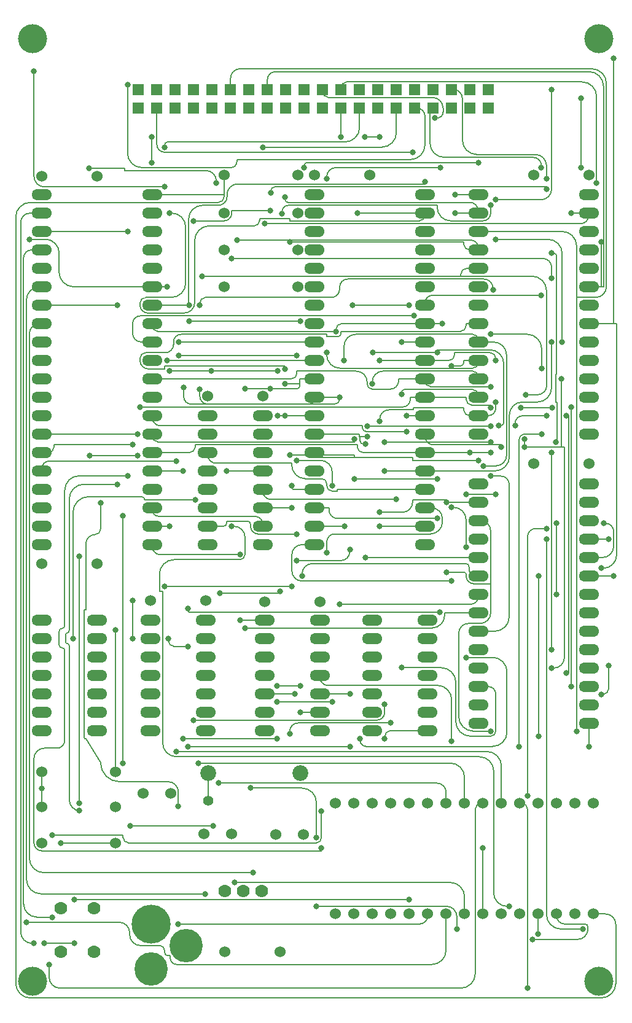
<source format=gbr>
G04 EasyPC Gerber Version 20.0.2 Build 4112 *
G04 #@! TF.Part,Single*
G04 #@! TF.FileFunction,Copper,L4,Bot *
%FSLAX35Y35*%
%MOIN*%
G04 #@! TA.AperFunction,ComponentPad*
%ADD71R,0.06000X0.06000*%
G04 #@! TD.AperFunction*
%ADD11C,0.00787*%
G04 #@! TA.AperFunction,ViaPad*
%ADD25C,0.03200*%
%ADD23C,0.05600*%
G04 #@! TA.AperFunction,ComponentPad*
%ADD70C,0.06000*%
%ADD21C,0.07000*%
%ADD22C,0.08600*%
G04 #@! TA.AperFunction,WasherPad*
%ADD77C,0.15748*%
G04 #@! TA.AperFunction,ComponentPad*
%ADD78C,0.18110*%
%ADD19O,0.11000X0.06000*%
%ADD79C,0.21102*%
X0Y0D02*
D02*
D11*
X24494Y47788D02*
X74743D01*
G75*
G02X80518Y42013J-5775*
G01*
Y40899*
G75*
G03X86293Y35124I5775*
G01*
X96952*
G75*
G02X99385Y32692J-2432*
G01*
Y31578*
G75*
G03X101373Y29590I1988*
G01*
X102486*
Y28477*
G75*
G03X106154Y24809I3668*
G01*
X244376*
G75*
G03X252250Y32683J7874*
G01*
Y52250*
X26069Y418569D02*
X34697D01*
G75*
G02X42212Y411054J-7515*
G01*
Y400624*
G75*
G03X50086Y392750I7874*
G01*
X92750*
X28569Y36309D02*
X27456D01*
G75*
G02X21344Y42420J6111*
G01*
Y427604*
G75*
G02X26491Y432750I5146*
G01*
X32750*
Y120250D02*
Y129250D01*
Y120250D02*
Y110250D01*
Y201750D02*
Y272750*
Y312750*
X84863D01*
X32750Y322750D02*
X34024Y36309*
X50507D01*
X36805Y24805D02*
Y17853D01*
G75*
G03X42644Y12014I5839*
G01*
X260195*
G75*
G03X268069Y19888J7874*
G01*
Y109182*
G75*
G02X271137Y112250I3068*
G01*
X272250*
X38569Y50569D02*
X30187D01*
G75*
G02X22919Y57837J7268*
G01*
Y408391*
G75*
G02X27278Y412750I4359*
G01*
X32750*
X38569Y94931D02*
X76931D01*
Y93818*
G75*
G03X79855Y90894I2924*
G01*
X181826*
G75*
G03X184606Y93674J2780*
G01*
Y108069*
X43250Y90750D02*
X72750D01*
X50507Y59931D02*
X232250D01*
X53288Y112250D02*
Y246431D01*
X58569Y456931D02*
X77726D01*
Y455856*
X121895*
G75*
G02X127569Y450182J-5674*
G01*
Y449069*
X64750Y275250D02*
Y261250D01*
G75*
G02X61750Y258250I-3000*
G01*
G75*
G03X56750Y253250J-5000*
G01*
Y217250*
X55750*
Y148250*
G75*
G03X56750Y147250I1000*
G01*
X64750Y134250*
G75*
G03X74931Y124069I10181*
G01*
X101347*
G75*
G02X106931Y118485J-5584*
G01*
Y110788*
X72750Y206363D02*
Y129250D01*
X73738Y285531D02*
X55624D01*
G75*
G03X47750Y277657J-7874*
G01*
Y206250*
G75*
G02X46250Y204750I-1500*
G01*
G75*
G03X45750Y204250J-500*
G01*
Y199750*
G75*
G03X46250Y199250I500*
G01*
G75*
G02X47750Y197750J-1500*
G01*
Y113847*
G75*
G03X53288Y108309I5844J306*
G01*
Y108263*
X73738Y382750D02*
X32750D01*
X76931Y134231D02*
Y268250D01*
X76750*
X79300Y422750D02*
X32750D01*
X79300Y502531D02*
Y465305D01*
G75*
G03X87174Y457431I7874*
G01*
X135470*
G75*
G03X138712Y460674J3243*
G01*
Y461787*
X232876*
G75*
G03X240750Y469661J7874*
G01*
Y485363*
G75*
G03X236363Y489750I-4387*
G01*
X235250*
X80788Y99931D02*
X125950D01*
X82081Y306931D02*
X39431D01*
Y305818*
G75*
G02X36363Y302750I-3068*
G01*
X32750*
X82250Y201750D02*
Y222250D01*
X84863Y300919D02*
X58750D01*
X86069Y327494D02*
X228659D01*
G75*
G03X232802Y331637J4143*
G01*
Y332750*
X240750*
X92469Y474118D02*
Y460212D01*
X99431Y230188D02*
X168507D01*
X99431Y446931D02*
X34400D01*
G75*
G02X28569Y452763J5831*
G01*
Y509668*
X99431Y468556D02*
Y469669D01*
G75*
G02X101099Y471337I1668*
G01*
X197376*
G75*
G03X205250Y479211J7874*
G01*
Y489750*
X100637Y352750D02*
X180750D01*
X100637Y392750D02*
X92750D01*
X101469Y201750D02*
Y200637D01*
G75*
G03X104537Y197569I3068*
G01*
X112288*
X102212Y262750D02*
X92750D01*
X102212Y432750D02*
X103326D01*
G75*
G02X110894Y425181J-7569*
G01*
Y394805*
G75*
G02X103020Y386931I-7874*
G01*
X89131*
G75*
G03X86069Y383869J-3062*
G01*
Y382756*
G75*
G03X90319Y378506I4250*
G01*
X110151*
G75*
G03X115788Y384143J5637*
G01*
Y417914*
G75*
G02X123662Y425788I7874*
G01*
X148158*
G75*
G03X150969Y428599J2811*
G01*
Y429712*
X167569*
Y428569*
X237682*
G75*
G03X240750Y431637J3068*
G01*
Y432750*
X105250Y499750D02*
X105825Y140444*
X274376D01*
G75*
G02X282250Y132570J-7874*
G01*
Y112250*
X105825Y298137D02*
X37024D01*
G75*
G03X32750Y293863J-4274*
G01*
Y292750*
X106931Y46863D02*
X237976D01*
G75*
G03X242250Y51137J4274*
G01*
Y52250*
X107081Y355531D02*
X171288D01*
X107081Y362750D02*
X180750D01*
X109507Y147569D02*
X160431D01*
X109507Y292750D02*
X92750D01*
X109863Y338137D02*
Y333046D01*
G75*
G03X113840Y329069I3978*
G01*
X178182*
G75*
G03X180750Y331637J2568*
G01*
Y332750*
X112288Y143226D02*
X200007D01*
X112469Y382750D02*
X92750D01*
X112469D02*
X112644D01*
X112469D02*
Y429412D01*
G75*
G02X119988Y436931I7519*
G01*
X128620*
G75*
G03X133325Y441636J4705*
G01*
Y442749*
G75*
G02X139144Y448569I5820*
G01*
X240750*
Y449712*
X112644Y374150D02*
X173048D01*
X115069Y157506D02*
X214685D01*
G75*
G03X218931Y161752J4246*
G01*
Y165931*
X115250Y489750D02*
X116069Y276931*
X88743D01*
G75*
G03X86924Y278750I-1819*
G01*
X58124*
G75*
G03X49750Y270376J-8374*
G01*
Y201750*
X117769Y134231D02*
X254376D01*
G75*
G02X262250Y126357J-7874*
G01*
Y112250*
X118569Y336931D02*
Y333251D01*
G75*
G03X122751Y329069I4182*
G01*
X191851*
G75*
G03X194419Y331637J2568*
G01*
Y332750*
X118569Y382750D02*
Y383863D01*
G75*
G02X121637Y386931I3068*
G01*
X189975*
G75*
G03X194419Y391374J4443*
G01*
Y392488*
G75*
G02X198862Y396931I4443*
G01*
X272738*
G75*
G02X277637Y392032J-4899*
G01*
Y390919*
X121384Y63175D02*
X32368D01*
G75*
G02X24494Y71049J7874*
G01*
Y385607*
G75*
G02X31637Y392750I7143*
G01*
X32750*
X122750Y312750D02*
X123250Y113810*
Y128750D01*
X124788Y346931D02*
X102212D01*
X124788D02*
X160637D01*
X128731Y123269D02*
Y123418D01*
X148850*
Y123269*
X247297*
G75*
G02X252250Y118316J-4953*
G01*
Y112250*
X131750Y442750D02*
Y453250D01*
Y442750D02*
X92750D01*
X131750D02*
Y441637D01*
G75*
G02X128619Y438506I-3131*
G01*
X26569*
G75*
G03X18695Y430632J-7874*
G01*
Y14569*
G75*
G03X26569Y6695I7874*
G01*
X336431*
G75*
G03X344305Y14569J7874*
G01*
Y46779*
G75*
G03X338834Y52250I-5471*
G01*
X332250*
X133150Y292750D02*
X152750D01*
X135931Y262750D02*
X137044D01*
G75*
G02X143081Y256713J-6037*
G01*
Y247362*
G75*
G02X140301Y244581I-2780*
G01*
X104524*
G75*
G03X96650Y236707J-7874*
G01*
Y227407*
X98431*
Y145091*
G75*
G03X105859Y137663I7428*
G01*
X270195*
G75*
G02X278069Y129789J-7874*
G01*
Y63680*
G75*
G03X285318Y56431I7249*
G01*
X286431*
X135931Y408137D02*
X304663D01*
G75*
G02X309493Y403307J-4831*
G01*
Y397363*
X137569Y69431D02*
X254376D01*
G75*
G02X262250Y61557J-7874*
G01*
Y52250*
X138712Y418137D02*
X265476D01*
G75*
G02X269750Y413863J-4274*
G01*
Y412750*
X140300Y211750D02*
X153750D01*
X140300Y247363D02*
X97024D01*
G75*
G02X92750Y251637J4274*
G01*
Y252750*
X143081Y207569D02*
X244709D01*
G75*
G03X251419Y214278J6709*
G01*
Y215750*
X269750*
X147569Y74694D02*
X33943D01*
G75*
G02X26069Y82568J7874*
G01*
Y367182*
G75*
G02X31637Y372750I5568*
G01*
X32750*
X152750Y262750D02*
Y263863D01*
G75*
G03X148476Y268137I-4274*
G01*
X96249*
G75*
G02X92750Y271637J3499*
G01*
Y272750*
X152750Y468556D02*
X217376D01*
G75*
G03X225250Y476430J7874*
G01*
Y489750*
X153750Y426931D02*
X325044D01*
G75*
G03X329750Y431637J4706*
G01*
Y432750*
X156931Y337431D02*
X143081D01*
X156931Y434150D02*
X135931D01*
Y432751*
G75*
G02X131749Y428569I-4182*
G01*
X115250*
X157081Y443700D02*
Y444813D01*
G75*
G02X159200Y446931I2118*
G01*
X306712*
Y445788*
X160431Y175931D02*
X173081D01*
X162212Y227407D02*
Y226431D01*
X129431*
X164788Y322750D02*
X180750D01*
X164788D02*
X160637D01*
X164788Y348137D02*
Y349712D01*
X99431*
Y348137*
X90690*
G75*
G02X86069Y352759J4621*
G01*
Y353872*
G75*
G02X89128Y356931I3059*
G01*
X99857*
G75*
G03X104300Y361374J4443*
G01*
Y362722*
G75*
G02X108510Y366931I4209*
G01*
X187431*
Y365725*
X193519*
G75*
G03X195250Y367456J1731*
G01*
Y368569*
X260001*
G75*
G03X263069Y371637J3068*
G01*
Y372750*
X269750*
X164788Y441287D02*
Y440174D01*
G75*
G03X166393Y438569I1605*
G01*
X265044*
G75*
G02X269750Y433863J-4706*
G01*
Y432750*
X167325Y150175D02*
Y151289D01*
G75*
G02X171967Y155931I4643*
G01*
X222212*
X167569Y416931D02*
X261863D01*
Y415818*
G75*
G03X264930Y412750I3068*
G01*
X269750*
X168507Y272750D02*
X152750D01*
X168507Y284581D02*
Y283468D01*
G75*
G03X169225Y282750I718*
G01*
X180750*
X170106Y171750D02*
X153750D01*
X171288Y244056D02*
X195006D01*
G75*
G03X199981Y249030J4975*
G01*
Y250144*
X171288Y258569D02*
X150250D01*
G75*
G02X146069Y262750J4181*
G01*
Y263863*
G75*
G03X144401Y265531I-1668*
G01*
X133150*
Y264418*
G75*
G02X131482Y262750I-1668*
G01*
X122750*
X171288Y298506D02*
X184026D01*
G75*
G02X190431Y292100J-6406*
G01*
Y284581*
X172863Y339969D02*
Y342750D01*
X180750*
X172863Y339969D02*
X164788D01*
X172863D02*
Y338856D01*
G75*
G02X171438Y337431I-1424*
G01*
X156931*
X173081Y161750D02*
X183750D01*
X174069Y235750D02*
Y236863D01*
G75*
G02X179686Y242481I5617*
G01*
X263019*
G75*
G02X264644Y240856J-1624*
G01*
Y239743*
G75*
G03X268637Y235750I3993*
G01*
X269750*
X175250Y457431D02*
Y458544D01*
G75*
G02X176918Y460212I1668*
G01*
X269750*
X180750Y322750D02*
X181825Y93675*
Y112763D01*
G75*
G03X173951Y120637I-7874*
G01*
X146069*
X184606Y88113D02*
Y86569D01*
X32751*
G75*
G02X28569Y90751J4182*
G01*
Y136683*
G75*
G02X34136Y142250I5567*
G01*
X41069*
G75*
G03X45250Y146431J4181*
G01*
Y195250*
G75*
G03X43750Y196750I-1500*
G01*
G75*
G02X42250Y198250J1500*
G01*
Y205750*
G75*
G02X43750Y207250I1500*
G01*
G75*
G03X45250Y208750J1500*
G01*
Y282270*
G75*
G02X53124Y290144I7874*
G01*
X79300*
X187431Y248569D02*
Y254126D01*
G75*
G02X191874Y258569I4443*
G01*
X243678*
G75*
G03X250212Y265103J6534*
G01*
Y266895*
G75*
G03X244357Y272750I-5855*
G01*
X240750*
X187431Y356931D02*
Y355818D01*
G75*
G03X194743Y348506I7312*
G01*
X266619*
G75*
G03X269750Y351637J3131*
G01*
Y352750*
X190431Y167569D02*
X160431D01*
X192469Y368506D02*
X95881D01*
G75*
G02X92750Y371637J3131*
G01*
Y372750*
X192469Y368506D02*
Y369619D01*
G75*
G02X195600Y372750I3131*
G01*
X240750*
X194419Y220363D02*
X265476D01*
G75*
G03X269750Y224637J4274*
G01*
Y225750*
X194419Y332750D02*
X180750D01*
X195250Y474118D02*
Y489750D01*
X196825Y352750D02*
Y360429D01*
G75*
G02X203390Y366994I6565*
G01*
X266619*
G75*
G02X269750Y363863J-3131*
G01*
Y362750*
X197200Y262750D02*
X180750D01*
X199981Y171750D02*
X183750D01*
X201301Y382750D02*
X232275D01*
X202469Y300081D02*
Y301287D01*
X167569*
X202469Y300081D02*
X182306D01*
G75*
G02X180750Y301637J1556*
G01*
Y302750*
X202469Y309969D02*
Y308569D01*
X95818*
G75*
G02X92750Y311637J3068*
G01*
Y312750*
X204082Y432750D02*
X240750D01*
X205569Y147569D02*
Y146456D01*
G75*
G03X208799Y143226I3230*
G01*
X277414*
G75*
G03X285288Y151100J7874*
G01*
Y183695*
G75*
G03X277414Y191569I-7874*
G01*
X263069*
X205619Y311369D02*
X205250D01*
Y312750*
X180750*
X205619Y311369D02*
Y308981D01*
G75*
G03X207237Y307363I1618*
G01*
X208350*
X205619Y311369D02*
X209556D01*
X208288Y474118D02*
X216150D01*
X208350Y245750D02*
X269750D01*
X212150Y339969D02*
Y341082D01*
G75*
G02X217999Y346931I5849*
G01*
X266682*
G75*
G02X269750Y343863J-3068*
G01*
Y342750*
X212325Y356931D02*
X247431D01*
X216150Y262750D02*
X240750D01*
X216150Y319712D02*
Y320826D01*
G75*
G02X221244Y325919I5094*
G01*
X234377*
Y326931*
X261863*
Y325818*
G75*
G03X264930Y322750I3068*
G01*
X269750*
X216150Y352750D02*
X240750D01*
X218931Y147569D02*
Y148682D01*
G75*
G02X221999Y151750I3068*
G01*
X242250*
X218931Y292750D02*
X240750D01*
X225250Y277363D02*
X157024D01*
G75*
G02X152750Y281637J4274*
G01*
Y282750*
X228031Y185931D02*
X249633D01*
G75*
G02X257507Y178057J-7874*
G01*
Y156662*
G75*
G03X265381Y148788I7874*
G01*
X276432*
G75*
G03X279212Y151568J2780*
G01*
Y171576*
G75*
G03X275038Y175750I-4174*
G01*
X269750*
X228031Y334325D02*
Y335438D01*
G75*
G02X229524Y336931I1493*
G01*
X266682*
G75*
G02X269750Y333863J-3068*
G01*
Y332750*
X228031Y362750D02*
X240750D01*
X230812Y314150D02*
X208874D01*
G75*
G02X206775Y316249J2099*
G01*
Y317363*
X97024*
G75*
G02X92750Y321637J4274*
G01*
Y322750*
X230812D02*
X240750D01*
X232250Y52250D02*
X234069Y465774*
X99444D01*
G75*
G02X95250Y469968J4194*
G01*
Y489750*
X234853Y376931D02*
X86226D01*
G75*
G03X82081Y372786J-4145*
G01*
Y367528*
G75*
G03X86859Y362750I4778*
G01*
X92750*
X235250Y499750D02*
X240750Y282750*
X193212D01*
Y281800*
X190436*
G75*
G02X187431Y284805J3005*
G01*
Y285919*
G75*
G03X184781Y288569I-2650*
G01*
X175756*
G75*
G02X168507Y295818J7249*
G01*
Y296931*
X127456*
G75*
G02X122750Y301637J4706*
G01*
Y302750*
X240750D02*
X207111D01*
G75*
G02X204044Y305818J3068*
G01*
Y306931*
X116069*
Y305818*
G75*
G02X113001Y302750I-3068*
G01*
X92750*
X240750Y342750D02*
X226456D01*
Y341637*
G75*
G02X222007Y337188I-4449*
G01*
X212149*
G75*
G02X209369Y339968J2780*
G01*
Y341081*
G75*
G03X203519Y346931I-5850*
G01*
X171288*
Y345818*
G75*
G02X168220Y342750I-3068*
G01*
X92750*
X246225Y484363D02*
X247338D01*
G75*
G03X250637Y487662J3299*
G01*
Y489557*
G75*
G03X244626Y495569I-6012*
G01*
X188318*
G75*
G02X185250Y498637J3068*
G01*
Y499750*
X247431Y266931D02*
X193343D01*
G75*
G02X188637Y271637J4706*
G01*
Y272750*
X180750*
X247431Y288569D02*
X202469D01*
X247431Y356931D02*
Y358506D01*
X276126*
G75*
G02X283456Y351175J-7331*
G01*
Y318919*
G75*
G02X281900Y317363I-1556*
G01*
X280787*
X248637Y215931D02*
X113312D01*
G75*
G02X112288Y216956J1024*
G01*
Y218069*
X249006Y457431D02*
X192399D01*
G75*
G03X187431Y452463J-4968*
G01*
Y451350*
X250212Y372750D02*
X240750D01*
X252507Y275826D02*
Y276931D01*
X234069*
Y275818*
G75*
G02X228614Y270363I-5455*
G01*
X216150*
X252507Y275826D02*
Y275750D01*
X269750*
X255288Y146007D02*
Y168489D01*
G75*
G03X247414Y176363I-7874*
G01*
X188024*
G75*
G02X183750Y180637J4274*
G01*
Y181750*
X255288Y232969D02*
X174090D01*
G75*
G02X168507Y238552J5583*
G01*
Y247185*
G75*
G02X174072Y252750I5565*
G01*
X180750*
X255288Y272969D02*
X256401D01*
G75*
G02X263069Y266301J-6668*
G01*
Y251569*
X255288Y349712D02*
X259938D01*
G75*
G03X261863Y351637J1924*
G01*
Y352750*
X269750*
X256981Y432750D02*
X269750D01*
X256981Y442750D02*
X269750D01*
X258069Y44062D02*
Y50804D01*
G75*
G03X252441Y56431I-5628*
G01*
X181825*
X260288Y398506D02*
X119863D01*
X260288D02*
X298838D01*
G75*
G02X306712Y390632J-7874*
G01*
Y351350*
X306887*
Y339233*
G75*
G02X301785Y334131I-5102*
G01*
X295569*
X260288Y398506D02*
Y399619D01*
G75*
G02X263419Y402750I3131*
G01*
X269750*
X265031Y302750D02*
X240750D01*
X265031D02*
X276431D01*
X269750Y265750D02*
X270863D01*
G75*
G02X276431Y260182J-5568*
G01*
Y231569*
X269750Y298569D02*
X234069D01*
Y300081*
X202469*
X269750Y442750D02*
X272250Y88113*
Y52250D01*
X272531Y295531D02*
X279338D01*
G75*
G03X285031Y301224J5693*
G01*
Y355666*
G75*
G03X277947Y362750I-7084*
G01*
X269750*
X276431Y231569D02*
X267249D01*
G75*
G02X263069Y235749J4180*
G01*
Y236863*
G75*
G03X262350Y237581I-719*
G01*
X252507*
X276431Y231569D02*
Y215763D01*
G75*
G02X270600Y209931I-5831*
G01*
X264284*
G75*
G03X259081Y204729J-5202*
G01*
Y159443*
G75*
G03X266956Y151569I7874*
G01*
X276431*
Y289931D02*
X282019D01*
G75*
G02X286494Y285456J-4475*
G01*
Y213565*
G75*
G02X278679Y205750I-7815*
G01*
X269750*
X276431Y308569D02*
X218931D01*
X276431Y316931D02*
X209556D01*
X276431Y326931D02*
Y328506D01*
X266200*
G75*
G02X263069Y331637J3131*
G01*
Y332750*
X240750*
X276431Y338569D02*
X243818D01*
G75*
G02X240750Y341637J3068*
G01*
Y342750*
X276431Y436931D02*
Y432752D01*
G75*
G02X272185Y428506I-4246*
G01*
X254743*
G75*
G02X247431Y435818J7312*
G01*
Y436931*
X166537*
G75*
G03X163213Y433607J-3324*
G01*
Y432493*
X279212Y279931D02*
X263069D01*
X279212Y329969D02*
Y326943D01*
G75*
G02X275019Y322750I-4193*
G01*
X269750*
X279212Y352750D02*
Y353863D01*
G75*
G03X276144Y356931I-3068*
G01*
X256863*
Y355818*
G75*
G02X253795Y352750I-3068*
G01*
X240750*
X279212Y439969D02*
X303652D01*
G75*
G03X309493Y445810J5841*
G01*
Y499750*
X282250Y305788D02*
Y306931D01*
X245456*
G75*
G02X240750Y311637J4706*
G01*
Y312750*
X289644Y317363D02*
Y318476D01*
G75*
G02X293918Y322750I4274*
G01*
X306887*
X292788Y326931D02*
X309668D01*
X294657Y309969D02*
Y305788D01*
X296431Y12014D02*
Y109182D01*
G75*
G03X293363Y112250I-3068*
G01*
X292250*
X299212Y38500D02*
X323608D01*
G75*
G03X329212Y44104J5604*
G01*
Y45218*
G75*
G03X327567Y46863I-1645*
G01*
X316524*
G75*
G02X312250Y51137J4274*
G01*
Y52250*
X302250Y41281D02*
Y52250D01*
Y112250D02*
X302531Y148788*
Y235750D01*
X303931Y388137D02*
X245024D01*
G75*
G03X240750Y383863J-4274*
G01*
Y382750*
X303931Y457431D02*
Y458544D01*
G75*
G03X299482Y462993I-4449*
G01*
X251318*
G75*
G02X243444Y470867J7874*
G01*
Y489750*
X245250*
X304106Y312750D02*
X294657D01*
G75*
G03X291876Y309969J-2781*
G01*
Y143226*
X304106Y348569D02*
Y359057D01*
G75*
G03X296232Y366931I-7874*
G01*
X276431*
X306712Y255750D02*
Y51956D01*
G75*
G03X314586Y44081I7874*
G01*
X326431*
X306712Y261569D02*
X301015D01*
G75*
G03X296431Y256985J-4584*
G01*
Y116431*
X306712Y451350D02*
Y458516D01*
G75*
G03X300660Y464568I-6052*
G01*
X268943*
G75*
G02X261069Y472442J7874*
G01*
Y495044*
G75*
G03X256363Y499750I-4706*
G01*
X255250*
X309493Y195750D02*
Y302750D01*
Y362750D02*
Y338018D01*
G75*
G02X301619Y330144I-7874*
G01*
X293556*
G75*
G03X286606Y323194J-6950*
G01*
Y300624*
G75*
G02X278732Y292750I-7874*
G01*
X240750*
X309493Y410919D02*
X310607D01*
G75*
G02X312274Y409251J-1668*
G01*
Y345531*
X311944*
Y330144*
X312449*
Y308569*
X311944*
X312274Y264350D02*
Y225750D01*
X314726Y305788D02*
X294657D01*
X314726D02*
Y342750D01*
Y305788D02*
X316431D01*
Y191574*
G75*
G02X310607Y185750I-5824*
G01*
X309493*
X315230Y362750D02*
Y410695D01*
G75*
G03X307356Y418569I-7874*
G01*
X279212*
X317507Y182969D02*
X318713D01*
Y322750*
X317507*
X320288Y175750D02*
Y327363D01*
Y432750D02*
X329750D01*
X323069Y386931D02*
Y414876D01*
G75*
G03X315195Y422750I-7874*
G01*
X269750*
X323069Y386931D02*
X333359D01*
G75*
G03X339212Y392784J5853*
G01*
Y503194*
G75*
G03X331338Y511068I-7874*
G01*
X140352*
G75*
G03X135250Y505966J-5102*
G01*
Y499750*
X323069Y386931D02*
Y151569D01*
X325569Y495137D02*
Y457431D01*
X329750Y143226D02*
Y155750D01*
Y215750D02*
Y225750*
Y322750*
Y332750*
Y412750*
X333931Y449069*
Y496057D01*
G75*
G03X326057Y503931I-7874*
G01*
X198318*
G75*
G03X195250Y500863J-3068*
G01*
Y499750*
X336431Y239931D02*
X337544D01*
G75*
G03X344774Y247161J7230*
G01*
Y372750*
X343200*
X336431Y392750D02*
X329750D01*
X336431D02*
Y416931D01*
Y392750D02*
X337637D01*
Y501619*
G75*
G03X329763Y509493I-7874*
G01*
X159565*
G75*
G03X155250Y505178J-4315*
G01*
Y499750*
X337637Y264350D02*
X338751D01*
G75*
G02X343200Y259901J-4449*
G01*
Y251918*
G75*
G02X337031Y245750I-6168*
G01*
X329750*
X340419Y187137D02*
Y174443D01*
G75*
G02X337544Y171569I-2874*
G01*
X336431*
X340419Y255750D02*
X329750D01*
X343200Y235750D02*
X329750D01*
X343200Y372750D02*
X329750D01*
X343200D02*
Y516630D01*
D02*
D19*
X32750Y151750D03*
Y161750D03*
Y171750D03*
Y181750D03*
Y191750D03*
Y201750D03*
Y211750D03*
Y252750D03*
Y262750D03*
Y272750D03*
Y282750D03*
Y292750D03*
Y302750D03*
Y312750D03*
Y322750D03*
Y332750D03*
Y342750D03*
Y352750D03*
Y362750D03*
Y372750D03*
Y382750D03*
Y392750D03*
Y402750D03*
Y412750D03*
Y422750D03*
Y432750D03*
Y442750D03*
X62750Y151750D03*
Y161750D03*
Y171750D03*
Y181750D03*
Y191750D03*
Y201750D03*
Y211750D03*
X91750Y151750D03*
Y161750D03*
Y171750D03*
Y181750D03*
Y191750D03*
Y201750D03*
Y211750D03*
X92750Y252750D03*
Y262750D03*
Y272750D03*
Y282750D03*
Y292750D03*
Y302750D03*
Y312750D03*
Y322750D03*
Y332750D03*
Y342750D03*
Y352750D03*
Y362750D03*
Y372750D03*
Y382750D03*
Y392750D03*
Y402750D03*
Y412750D03*
Y422750D03*
Y432750D03*
Y442750D03*
X121750Y151750D03*
Y161750D03*
Y171750D03*
Y181750D03*
Y191750D03*
Y201750D03*
Y211750D03*
X122750Y252750D03*
Y262750D03*
Y272750D03*
Y282750D03*
Y292750D03*
Y302750D03*
Y312750D03*
Y322750D03*
X152750Y252750D03*
Y262750D03*
Y272750D03*
Y282750D03*
Y292750D03*
Y302750D03*
Y312750D03*
Y322750D03*
X153750Y151750D03*
Y161750D03*
Y171750D03*
Y181750D03*
Y191750D03*
Y201750D03*
Y211750D03*
X180750Y252750D03*
Y262750D03*
Y272750D03*
Y282750D03*
Y292750D03*
Y302750D03*
Y312750D03*
Y322750D03*
Y332750D03*
Y342750D03*
Y352750D03*
Y362750D03*
Y372750D03*
Y382750D03*
Y392750D03*
Y402750D03*
Y412750D03*
Y422750D03*
Y432750D03*
Y442750D03*
X183750Y151750D03*
Y161750D03*
Y171750D03*
Y181750D03*
Y191750D03*
Y201750D03*
Y211750D03*
X212250Y151750D03*
Y161750D03*
Y171750D03*
Y181750D03*
Y191750D03*
Y201750D03*
Y211750D03*
X240750Y252750D03*
Y262750D03*
Y272750D03*
Y282750D03*
Y292750D03*
Y302750D03*
Y312750D03*
Y322750D03*
Y332750D03*
Y342750D03*
Y352750D03*
Y362750D03*
Y372750D03*
Y382750D03*
Y392750D03*
Y402750D03*
Y412750D03*
Y422750D03*
Y432750D03*
Y442750D03*
X242250Y151750D03*
Y161750D03*
Y171750D03*
Y181750D03*
Y191750D03*
Y201750D03*
Y211750D03*
X269750Y155750D03*
Y165750D03*
Y175750D03*
Y185750D03*
Y195750D03*
Y205750D03*
Y215750D03*
Y225750D03*
Y235750D03*
Y245750D03*
Y255750D03*
Y265750D03*
Y275750D03*
Y285750D03*
Y312750D03*
Y322750D03*
Y332750D03*
Y342750D03*
Y352750D03*
Y362750D03*
Y372750D03*
Y382750D03*
Y392750D03*
Y402750D03*
Y412750D03*
Y422750D03*
Y432750D03*
Y442750D03*
X329750Y155750D03*
Y165750D03*
Y175750D03*
Y185750D03*
Y195750D03*
Y205750D03*
Y215750D03*
Y225750D03*
Y235750D03*
Y245750D03*
Y255750D03*
Y265750D03*
Y275750D03*
Y285750D03*
Y312750D03*
Y322750D03*
Y332750D03*
Y342750D03*
Y352750D03*
Y362750D03*
Y372750D03*
Y382750D03*
Y392750D03*
Y402750D03*
Y412750D03*
Y422750D03*
Y432750D03*
Y442750D03*
D02*
D70*
X32750Y90750D03*
Y110250D03*
Y129250D03*
Y242250D03*
Y452750D03*
X62750Y242250D03*
Y452750D03*
X72750Y90750D03*
Y110250D03*
Y129250D03*
X87750Y117750D03*
X91750Y222250D03*
X102750Y117750D03*
X120750Y95750D03*
X121750Y222250D03*
X122750Y333250D03*
X131750Y392750D03*
Y412750D03*
Y432750D03*
Y453250D03*
X132250Y31750D03*
X135750Y95750D03*
X152750Y333250D03*
X153750Y221750D03*
X159750Y95250D03*
X162250Y31750D03*
X171750Y392750D03*
Y412750D03*
Y432750D03*
Y453250D03*
X174750Y95250D03*
X180750Y453250D03*
X183750Y221750D03*
X192250Y52250D03*
Y112250D03*
X202250Y52250D03*
Y112250D03*
X210750Y453250D03*
X212250Y52250D03*
Y112250D03*
X222250Y52250D03*
Y112250D03*
X232250Y52250D03*
Y112250D03*
X242250Y52250D03*
Y112250D03*
X252250Y52250D03*
Y112250D03*
X262250Y52250D03*
Y112250D03*
X272250Y52250D03*
Y112250D03*
X282250Y52250D03*
Y112250D03*
X292250Y52250D03*
Y112250D03*
X299750Y296750D03*
Y453250D03*
X302250Y52250D03*
Y112250D03*
X312250Y52250D03*
Y112250D03*
X322250Y52250D03*
Y112250D03*
X329750Y296750D03*
Y453250D03*
X332250Y52250D03*
Y112250D03*
D02*
D71*
X85250Y489750D03*
Y499750D03*
X95250Y489750D03*
Y499750D03*
X105250Y489750D03*
Y499750D03*
X115250Y489750D03*
Y499750D03*
X125250Y489750D03*
Y499750D03*
X135250Y489750D03*
Y499750D03*
X145250Y489750D03*
Y499750D03*
X155250Y489750D03*
Y499750D03*
X165250Y489750D03*
Y499750D03*
X175250Y489750D03*
Y499750D03*
X185250Y489750D03*
Y499750D03*
X195250Y489750D03*
Y499750D03*
X205250Y489750D03*
Y499750D03*
X215250Y489750D03*
Y499750D03*
X225250Y489750D03*
Y499750D03*
X235250Y489750D03*
Y499750D03*
X245250Y489750D03*
Y499750D03*
X255250Y489750D03*
Y499750D03*
X265250Y489750D03*
Y499750D03*
X275250Y489750D03*
Y499750D03*
D02*
D21*
X43250Y31628D03*
Y55250D03*
X60967Y31628D03*
Y55250D03*
X132250Y64750D03*
X142250D03*
X152250D03*
D02*
D22*
X123250Y128750D03*
X173250D03*
D02*
D23*
X123250Y113810D03*
D02*
D25*
X24494Y47788D03*
X26069Y418569D03*
X28569Y36309D03*
Y509668D03*
X32750Y120250D03*
X34024Y36309D03*
X36805Y24805D03*
X38569Y50569D03*
Y94931D03*
X43250Y90750D03*
X49750Y201750D03*
X50507Y36309D03*
Y59931D03*
X53288Y108263D03*
Y112250D03*
Y246431D03*
X58569Y456931D03*
X58750Y300919D03*
X64750Y275250D03*
X72750Y206363D03*
X73738Y285531D03*
Y382750D03*
X76750Y268250D03*
X76931Y134231D03*
X79300Y290144D03*
Y422750D03*
Y502531D03*
X80788Y99931D03*
X82081Y306931D03*
X82250Y201750D03*
Y222250D03*
X84863Y300919D03*
Y312750D03*
X86069Y327494D03*
X92469Y460212D03*
Y474118D03*
X99431Y230188D03*
Y446931D03*
Y468556D03*
X100637Y352750D03*
Y392750D03*
X101469Y201750D03*
X102212Y262750D03*
Y346931D03*
Y432750D03*
X105825Y140444D03*
Y298137D03*
X106931Y46863D03*
Y110788D03*
X107081Y355531D03*
Y362750D03*
X109507Y147569D03*
Y292750D03*
X109863Y338137D03*
X112288Y143226D03*
Y197569D03*
Y218069D03*
X112644Y374150D03*
Y382750D03*
X115069Y157506D03*
X115250Y428569D03*
X116069Y276931D03*
X117769Y134231D03*
X118569Y336931D03*
Y382750D03*
X119863Y398506D03*
X121384Y63175D03*
X124788Y346931D03*
X125950Y99931D03*
X127569Y449069D03*
X128731Y123269D03*
X129431Y226431D03*
X133150Y292750D03*
X135931Y262750D03*
Y408137D03*
X137569Y69431D03*
X138712Y418137D03*
X140300Y211750D03*
Y247363D03*
X143081Y207569D03*
Y337431D03*
X146069Y120637D03*
X147569Y74694D03*
X152750Y468556D03*
X153750Y426931D03*
X156931Y337431D03*
Y434150D03*
X157081Y443700D03*
X160431Y147569D03*
Y167569D03*
Y175931D03*
X160637Y322750D03*
Y346931D03*
X162212Y227407D03*
X163213Y432493D03*
X164788Y322750D03*
Y339969D03*
Y348137D03*
Y441287D03*
X167325Y150175D03*
X167569Y301287D03*
Y416931D03*
X168507Y230188D03*
Y272750D03*
Y284581D03*
X170106Y171750D03*
X171288Y244056D03*
Y258569D03*
Y298506D03*
Y355531D03*
X173048Y374150D03*
X173081Y161750D03*
Y175931D03*
X174069Y235750D03*
X175250Y457431D03*
X181825Y56431D03*
Y93675D03*
X184606Y88113D03*
Y108069D03*
X187431Y248569D03*
Y356931D03*
Y451350D03*
X190431Y167569D03*
Y284581D03*
X192469Y368506D03*
X194419Y220363D03*
Y332750D03*
X195250Y474118D03*
X196825Y352750D03*
X197200Y262750D03*
X199981Y171750D03*
Y250144D03*
X200007Y143226D03*
X201301Y382750D03*
X202469Y288569D03*
Y309969D03*
X204082Y432750D03*
X205569Y147569D03*
X208288Y474118D03*
X208350Y245750D03*
Y307363D03*
X209556Y311369D03*
Y316931D03*
X212150Y339969D03*
X212325Y356931D03*
X216150Y262750D03*
Y270363D03*
Y319712D03*
Y352750D03*
Y474118D03*
X218931Y147569D03*
Y165931D03*
Y292750D03*
Y308569D03*
X222212Y155931D03*
X225250Y277363D03*
X228031Y185931D03*
Y334325D03*
Y362750D03*
X230812Y314150D03*
Y322750D03*
X232250Y59931D03*
X232275Y382750D03*
X234069Y465774D03*
X234853Y376931D03*
X240750Y449712D03*
X246225Y484363D03*
X247431Y266931D03*
Y288569D03*
Y356931D03*
X248637Y215931D03*
X249006Y457431D03*
X250212Y372750D03*
X252507Y237581D03*
Y275826D03*
X255288Y146007D03*
Y232969D03*
Y272969D03*
Y349712D03*
X256981Y432750D03*
Y442750D03*
X258069Y44062D03*
X263069Y191569D03*
Y251569D03*
Y279931D03*
X265031Y302750D03*
X269750Y298569D03*
Y460212D03*
X272250Y88113D03*
X272531Y295531D03*
X276431Y151569D03*
Y289931D03*
Y302750D03*
Y308569D03*
Y316931D03*
Y326931D03*
Y338569D03*
Y366931D03*
Y436931D03*
X277637Y390919D03*
X279212Y279931D03*
Y329969D03*
Y352750D03*
Y418569D03*
Y439969D03*
X280787Y317363D03*
X282250Y305788D03*
X286431Y56431D03*
X289644Y317363D03*
X291876Y143226D03*
X292788Y326931D03*
X294657Y305788D03*
Y309969D03*
X295569Y334131D03*
X296431Y12014D03*
Y116431D03*
X299212Y38500D03*
X302250Y41281D03*
X302531Y148788D03*
Y235750D03*
X303931Y388137D03*
Y457431D03*
X304106Y312750D03*
Y348569D03*
X306712Y255750D03*
Y261569D03*
Y445788D03*
Y451350D03*
X306887Y322750D03*
X309493Y185750D03*
Y195750D03*
Y302750D03*
Y362750D03*
Y397363D03*
Y410919D03*
Y499750D03*
X309668Y326931D03*
X311944Y308569D03*
X312274Y225750D03*
Y264350D03*
X314726Y342750D03*
X315230Y362750D03*
X317507Y182969D03*
Y322750D03*
X320288Y175750D03*
Y327363D03*
Y432750D03*
X323069Y151569D03*
X325569Y457431D03*
Y495137D03*
X326431Y44081D03*
X329750Y143226D03*
X333931Y449069D03*
X336431Y171569D03*
Y239931D03*
Y416931D03*
X337637Y264350D03*
X340419Y187137D03*
Y255750D03*
X343200Y235750D03*
Y516630D03*
D02*
D77*
X27750Y15750D03*
Y527250D03*
X335250Y15750D03*
Y527250D03*
D02*
D78*
X92250Y22250D03*
X111148Y35045D03*
D02*
D79*
X92250Y46856D03*
X0Y0D02*
M02*

</source>
